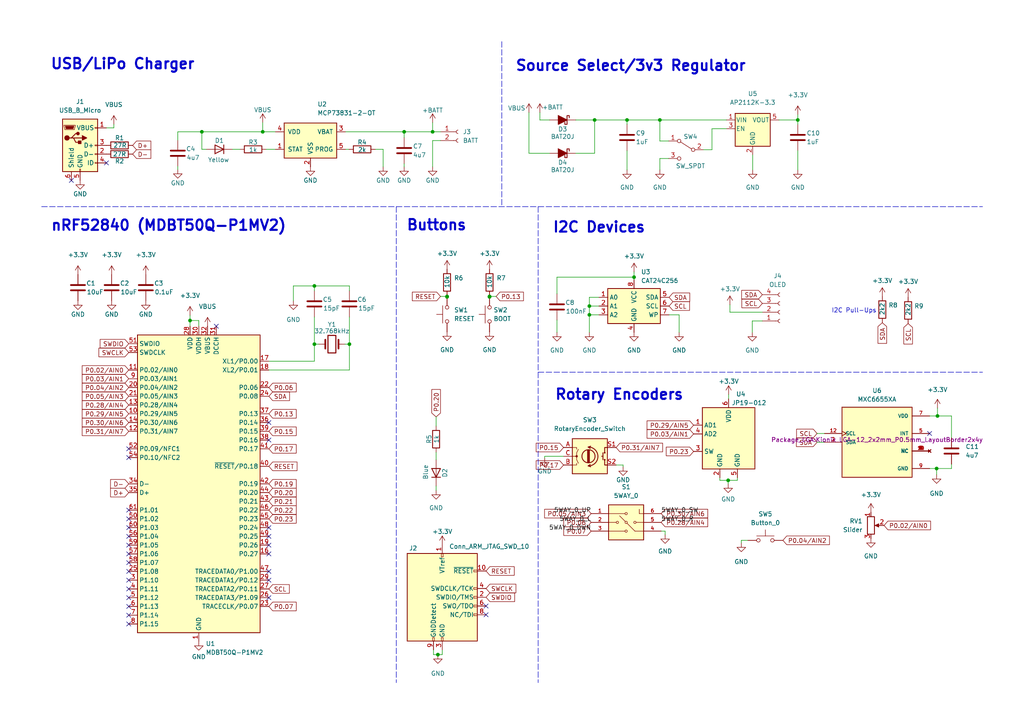
<source format=kicad_sch>
(kicad_sch (version 20211123) (generator eeschema)
  (paper "A4")
  (lib_symbols
    (symbol "Analog_Switch:JP19-012"
      (property "Reference" "U" (at 0 0 0))
      (property "Value" "JP19-012" (at 6.35 13.97 0))
      (symbol "JP19-012_1_1"
        (pin output line (at -10.16 7.62 0) (length 2.54) (name "AD1") (number "1"))
        (pin power_in line (at -2.54 -7.62 90) (length 2.54) (name "GND") (number "2"))
        (pin output line (at -10.16 0 0) (length 2.54) (name "SW") (number "3"))
        (pin output line (at -10.16 5.08 0) (length 2.54) (name "AD2") (number "4"))
        (pin power_in line (at 2.54 -7.62 90) (length 2.54) (name "GND") (number "5"))
        (pin power_in line (at 0 15.24 270) (length 2.54) (name "VDD") (number "6"))
      )
    )
    (symbol "Battery_Management:MCP73831-2-OT" (pin_names (offset 1.016))
      (property "Reference" "U?" (at 2.0194 10.541 0))
      (property "Value" "MCP73831-2-OT" (at 2.0194 8.001 0))
      (symbol "MCP73831-2-OT_1_1"
        (pin output line (at -10.16 -2.54 0) (length 2.54) (name "STAT") (number "1"))
        (pin power_in line (at 0 -7.62 90) (length 2.54) (name "VSS") (number "2"))
        (pin power_out line (at 10.16 2.54 180) (length 2.54) (name "VBAT") (number "3"))
        (pin power_in line (at -10.16 2.54 0) (length 2.54) (name "VDD") (number "4"))
        (pin input line (at 10.16 -2.54 180) (length 2.54) (name "PROG") (number "5"))
      )
    )
    (symbol "Connector:Conn_01x02_Female" (pin_names (offset 1.016) hide)
      (property "Reference" "J" (at 0 2.54 0))
      (property "Value" "Conn_01x02_Female" (at 0 -5.08 0))
      (symbol "Conn_01x02_Female_1_1"
        (pin passive line (at -5.08 0 0) (length 3.81) (name "Pin_1") (number "1"))
        (pin passive line (at -5.08 -2.54 0) (length 3.81) (name "Pin_2") (number "2"))
      )
    )
    (symbol "Connector:Conn_01x04_Female" (pin_names (offset 1.016) hide)
      (property "Reference" "J" (at 0 5.08 0))
      (property "Value" "Conn_01x04_Female" (at 0 -7.62 0))
      (symbol "Conn_01x04_Female_1_1"
        (pin passive line (at -5.08 2.54 0) (length 3.81) (name "Pin_1") (number "1"))
        (pin passive line (at -5.08 0 0) (length 3.81) (name "Pin_2") (number "2"))
        (pin passive line (at -5.08 -2.54 0) (length 3.81) (name "Pin_3") (number "3"))
        (pin passive line (at -5.08 -5.08 0) (length 3.81) (name "Pin_4") (number "4"))
      )
    )
    (symbol "Connector:Conn_ARM_JTAG_SWD_10" (pin_names (offset 1.016))
      (property "Reference" "J" (at -2.54 16.51 0))
      (property "Value" "Conn_ARM_JTAG_SWD_10" (at -2.54 13.97 0))
      (symbol "Conn_ARM_JTAG_SWD_10_1_1"
        (pin power_in line (at 0 15.24 270) (length 2.54) (name "VTref") (number "1"))
        (pin open_collector line (at 12.7 7.62 180) (length 2.54) (name "~{RESET}") (number "10"))
        (pin bidirectional line (at 12.7 0 180) (length 2.54) (name "SWDIO/TMS") (number "2"))
        (pin power_in line (at 0 -15.24 90) (length 2.54) (name "GND") (number "3"))
        (pin output line (at 12.7 2.54 180) (length 2.54) (name "SWDCLK/TCK") (number "4"))
        (pin passive line (at 0 -15.24 90) (length 2.54) hide (name "GND") (number "5"))
        (pin input line (at 12.7 -2.54 180) (length 2.54) (name "SWO/TDO") (number "6"))
        (pin no_connect line (at -10.16 0 0) (length 2.54) hide (name "KEY") (number "7"))
        (pin output line (at 12.7 -5.08 180) (length 2.54) (name "NC/TDI") (number "8"))
        (pin passive line (at -2.54 -15.24 90) (length 2.54) (name "GNDDetect") (number "9"))
      )
    )
    (symbol "Connector:USB_B_Micro" (pin_names (offset 1.016))
      (property "Reference" "J" (at -5.08 11.43 0))
      (property "Value" "USB_B_Micro" (at -5.08 8.89 0))
      (symbol "USB_B_Micro_1_1"
        (pin power_out line (at 7.62 5.08 180) (length 2.54) (name "VBUS") (number "1"))
        (pin bidirectional line (at 7.62 -2.54 180) (length 2.54) (name "D-") (number "2"))
        (pin bidirectional line (at 7.62 0 180) (length 2.54) (name "D+") (number "3"))
        (pin passive line (at 7.62 -5.08 180) (length 2.54) (name "ID") (number "4"))
        (pin power_out line (at 0 -10.16 90) (length 2.54) (name "GND") (number "5"))
        (pin passive line (at -2.54 -10.16 90) (length 2.54) (name "Shield") (number "6"))
      )
    )
    (symbol "Device:C" (pin_numbers hide) (pin_names (offset 0.254))
      (property "Reference" "C" (at 0.635 2.54 0))
      (property "Value" "C" (at 0.635 -2.54 0))
      (symbol "C_1_1"
        (pin passive line (at 0 3.81 270) (length 2.794) (name "~") (number "1"))
        (pin passive line (at 0 -3.81 90) (length 2.794) (name "~") (number "2"))
      )
    )
    (symbol "Device:Crystal" (pin_numbers hide) (pin_names (offset 1.016) hide)
      (property "Reference" "Y" (at 0 3.81 0))
      (property "Value" "Crystal" (at 0 -3.81 0))
      (symbol "Crystal_1_1"
        (pin passive line (at -3.81 0 0) (length 1.27) (name "1") (number "1"))
        (pin passive line (at 3.81 0 180) (length 1.27) (name "2") (number "2"))
      )
    )
    (symbol "Device:D" (pin_numbers hide) (pin_names (offset 1.016) hide)
      (property "Reference" "D" (at 0 2.54 0))
      (property "Value" "D" (at 0 -2.54 0))
      (symbol "D_1_1"
        (pin passive line (at -3.81 0 0) (length 2.54) (name "K") (number "1"))
        (pin passive line (at 3.81 0 180) (length 2.54) (name "A") (number "2"))
      )
    )
    (symbol "Device:D_Schottky_Filled" (pin_numbers hide) (pin_names (offset 1.016) hide)
      (property "Reference" "D" (at 0 2.54 0))
      (property "Value" "D_Schottky_Filled" (at 0 -2.54 0))
      (symbol "D_Schottky_Filled_1_1"
        (pin passive line (at -3.81 0 0) (length 2.54) (name "K") (number "1"))
        (pin passive line (at 3.81 0 180) (length 2.54) (name "A") (number "2"))
      )
    )
    (symbol "Device:R" (pin_numbers hide) (pin_names (offset 0))
      (property "Reference" "R" (at 2.032 0 90))
      (property "Value" "R" (at 0 0 90))
      (symbol "R_1_1"
        (pin passive line (at 0 3.81 270) (length 1.27) (name "~") (number "1"))
        (pin passive line (at 0 -3.81 90) (length 1.27) (name "~") (number "2"))
      )
    )
    (symbol "Device:R_Potentiometer" (pin_names (offset 1.016) hide)
      (property "Reference" "RV" (at -4.445 0 90))
      (property "Value" "R_Potentiometer" (at -2.54 0 90))
      (symbol "R_Potentiometer_1_1"
        (pin passive line (at 0 3.81 270) (length 1.27) (name "1") (number "1"))
        (pin passive line (at 3.81 0 180) (length 1.27) (name "2") (number "2"))
        (pin passive line (at 0 -3.81 90) (length 1.27) (name "3") (number "3"))
      )
    )
    (symbol "Device:RotaryEncoder_Switch" (pin_names (offset 0.254) hide)
      (property "Reference" "SW" (at 0 6.604 0))
      (property "Value" "RotaryEncoder_Switch" (at 0 -6.604 0))
      (symbol "RotaryEncoder_Switch_1_1"
        (pin passive line (at -7.62 2.54 0) (length 2.54) (name "A") (number "A"))
        (pin passive line (at -7.62 -2.54 0) (length 2.54) (name "B") (number "B"))
        (pin passive line (at -7.62 0 0) (length 2.54) (name "C") (number "C"))
        (pin passive line (at 7.62 2.54 180) (length 2.54) (name "S1") (number "S1"))
        (pin passive line (at 7.62 -2.54 180) (length 2.54) (name "S2") (number "S2"))
      )
    )
    (symbol "JS5208:SKQUCAA010" (pin_names (offset 1.016))
      (property "Reference" "S" (at 5.08 -5.08 0))
      (property "Value" "SKQUCAA010" (at 5.08 8.89 0))
      (symbol "SKQUCAA010_0_0"
        (pin passive line (at -10.16 3.81 0) (length 5.08) (name "~") (number "1"))
        (pin passive line (at -10.16 1.27 0) (length 5.08) (name "~") (number "2"))
        (pin passive line (at -10.16 -1.27 0) (length 5.08) (name "~") (number "3"))
        (pin passive line (at 10.16 -1.27 180) (length 5.08) (name "~") (number "4"))
        (pin passive line (at 10.16 1.27 180) (length 5.08) (name "~") (number "5"))
        (pin passive line (at 10.16 3.81 180) (length 5.08) (name "~") (number "6"))
      )
    )
    (symbol "MXC6655XA:MXC6655XA" (pin_names (offset 1.016))
      (property "Reference" "U" (at -10.414 11.176 0))
      (property "Value" "MXC6655XA" (at -10.16 -12.7 0))
      (symbol "MXC6655XA_0_0"
        (pin no_connect line (at 15.24 -2.54 180) (length 5.08) (name "NC") (number "1"))
        (pin no_connect line (at 15.24 -2.54 180) (length 5.08) (name "NC") (number "10"))
        (pin no_connect line (at 15.24 -2.54 180) (length 5.08) (name "NC") (number "11"))
        (pin input clock (at -15.24 2.54 0) (length 5.08) (name "SCL") (number "12"))
        (pin bidirectional line (at -15.24 0 0) (length 5.08) (name "SDA") (number "2"))
        (pin no_connect line (at 15.24 -2.54 180) (length 5.08) (name "NC") (number "3"))
        (pin no_connect line (at 15.24 -2.54 180) (length 5.08) (name "NC") (number "4"))
        (pin output line (at 15.24 2.54 180) (length 5.08) (name "INT") (number "5"))
        (pin no_connect line (at 15.24 -2.54 180) (length 5.08) (name "NC") (number "6"))
        (pin power_in line (at 15.24 7.62 180) (length 5.08) (name "VDD") (number "7"))
        (pin no_connect line (at 15.24 -2.54 180) (length 5.08) (name "NC") (number "8"))
        (pin power_in line (at 15.24 -7.62 180) (length 5.08) (name "GND") (number "9"))
      )
    )
    (symbol "Memory_EEPROM:CAT24C256"
      (property "Reference" "U" (at -6.35 6.35 0))
      (property "Value" "CAT24C256" (at 1.27 6.35 0))
      (symbol "CAT24C256_1_1"
        (pin input line (at -10.16 2.54 0) (length 2.54) (name "A0") (number "1"))
        (pin input line (at -10.16 0 0) (length 2.54) (name "A1") (number "2"))
        (pin input line (at -10.16 -2.54 0) (length 2.54) (name "A2") (number "3"))
        (pin power_in line (at 0 -7.62 90) (length 2.54) (name "GND") (number "4"))
        (pin bidirectional line (at 10.16 2.54 180) (length 2.54) (name "SDA") (number "5"))
        (pin input line (at 10.16 0 180) (length 2.54) (name "SCL") (number "6"))
        (pin input line (at 10.16 -2.54 180) (length 2.54) (name "WP") (number "7"))
        (pin power_in line (at 0 7.62 270) (length 2.54) (name "VCC") (number "8"))
      )
    )
    (symbol "RF_Module:MDBT50Q-P1MV2"
      (property "Reference" "U" (at 0 0 0))
      (property "Value" "MDBT50Q-P1MV2" (at 0 -2.54 0))
      (symbol "MDBT50Q-P1MV2_1_1"
        (pin power_in line (at 0 -45.72 90) (length 2.54) (name "GND") (number "1"))
        (pin bidirectional line (at -20.32 20.32 0) (length 2.54) (name "P0.29/AIN5") (number "10"))
        (pin bidirectional line (at -20.32 33.02 0) (length 2.54) (name "P0.02/AIN0") (number "11"))
        (pin bidirectional line (at -20.32 15.24 0) (length 2.54) (name "P0.31/AIN7") (number "12"))
        (pin bidirectional line (at -20.32 22.86 0) (length 2.54) (name "P0.28/AIN4") (number "13"))
        (pin bidirectional line (at -20.32 17.78 0) (length 2.54) (name "P0.30/AIN6") (number "14"))
        (pin passive line (at 0 -45.72 90) (length 2.54) hide (name "GND") (number "15"))
        (pin bidirectional line (at 20.32 -20.32 180) (length 2.54) (name "P0.27") (number "16"))
        (pin bidirectional line (at 20.32 35.56 180) (length 2.54) (name "XL1/P0.00") (number "17"))
        (pin bidirectional line (at 20.32 33.02 180) (length 2.54) (name "XL2/P0.01") (number "18"))
        (pin bidirectional line (at 20.32 -17.78 180) (length 2.54) (name "P0.26") (number "19"))
        (pin passive line (at 0 -45.72 90) (length 2.54) hide (name "GND") (number "2"))
        (pin bidirectional line (at -20.32 27.94 0) (length 2.54) (name "P0.04/AIN2") (number "20"))
        (pin bidirectional line (at -20.32 25.4 0) (length 2.54) (name "P0.05/AIN3") (number "21"))
        (pin bidirectional line (at 20.32 27.94 180) (length 2.54) (name "P0.06") (number "22"))
        (pin bidirectional line (at 20.32 -35.56 180) (length 2.54) (name "TRACECLK/P0.07") (number "23"))
        (pin bidirectional line (at 20.32 25.4 180) (length 2.54) (name "P0.08") (number "24"))
        (pin bidirectional line (at -20.32 -25.4 0) (length 2.54) (name "P1.08") (number "25"))
        (pin bidirectional line (at 20.32 -33.02 180) (length 2.54) (name "TRACEDATA3/P1.09") (number "26"))
        (pin bidirectional line (at 20.32 -30.48 180) (length 2.54) (name "TRACEDATA2/P0.11") (number "27"))
        (pin power_in line (at -2.54 45.72 270) (length 2.54) (name "VDD") (number "28"))
        (pin bidirectional line (at 20.32 -27.94 180) (length 2.54) (name "TRACEDATA1/P0.12") (number "29"))
        (pin bidirectional line (at -20.32 -27.94 0) (length 2.54) (name "P1.10") (number "3"))
        (pin power_in line (at 0 45.72 270) (length 2.54) (name "VDDH") (number "30"))
        (pin power_out line (at 5.08 45.72 270) (length 2.54) (name "DCCH") (number "31"))
        (pin power_in line (at 2.54 45.72 270) (length 2.54) (name "VBUS") (number "32"))
        (pin passive line (at 0 -45.72 90) (length 2.54) hide (name "GND") (number "33"))
        (pin bidirectional line (at -20.32 0 0) (length 2.54) (name "D-") (number "34"))
        (pin bidirectional line (at -20.32 -2.54 0) (length 2.54) (name "D+") (number "35"))
        (pin bidirectional line (at 20.32 17.78 180) (length 2.54) (name "P0.14") (number "36"))
        (pin bidirectional line (at 20.32 20.32 180) (length 2.54) (name "P0.13") (number "37"))
        (pin bidirectional line (at 20.32 12.7 180) (length 2.54) (name "P0.16") (number "38"))
        (pin bidirectional line (at 20.32 15.24 180) (length 2.54) (name "P0.15") (number "39"))
        (pin bidirectional line (at -20.32 -30.48 0) (length 2.54) (name "P1.11") (number "4"))
        (pin bidirectional line (at 20.32 5.08 180) (length 2.54) (name "~{RESET}/P0.18") (number "40"))
        (pin bidirectional line (at 20.32 10.16 180) (length 2.54) (name "P0.17") (number "41"))
        (pin bidirectional line (at 20.32 0 180) (length 2.54) (name "P0.19") (number "42"))
        (pin bidirectional line (at 20.32 -5.08 180) (length 2.54) (name "P0.21") (number "43"))
        (pin bidirectional line (at 20.32 -2.54 180) (length 2.54) (name "P0.20") (number "44"))
        (pin bidirectional line (at 20.32 -10.16 180) (length 2.54) (name "P0.23") (number "45"))
        (pin bidirectional line (at 20.32 -7.62 180) (length 2.54) (name "P0.22") (number "46"))
        (pin bidirectional line (at 20.32 -25.4 180) (length 2.54) (name "TRACEDATA0/P1.00") (number "47"))
        (pin bidirectional line (at 20.32 -12.7 180) (length 2.54) (name "P0.24") (number "48"))
        (pin bidirectional line (at 20.32 -15.24 180) (length 2.54) (name "P0.25") (number "49"))
        (pin bidirectional line (at -20.32 -33.02 0) (length 2.54) (name "P1.12") (number "5"))
        (pin bidirectional line (at -20.32 -10.16 0) (length 2.54) (name "P1.02") (number "50"))
        (pin bidirectional line (at -20.32 40.64 0) (length 2.54) (name "SWDIO") (number "51"))
        (pin bidirectional line (at -20.32 10.16 0) (length 2.54) (name "P0.09/NFC1") (number "52"))
        (pin input line (at -20.32 38.1 0) (length 2.54) (name "SWDCLK") (number "53"))
        (pin bidirectional line (at -20.32 7.62 0) (length 2.54) (name "P0.10/NFC2") (number "54"))
        (pin passive line (at 0 -45.72 90) (length 2.54) hide (name "GND") (number "55"))
        (pin bidirectional line (at -20.32 -15.24 0) (length 2.54) (name "P1.04") (number "56"))
        (pin bidirectional line (at -20.32 -20.32 0) (length 2.54) (name "P1.06") (number "57"))
        (pin bidirectional line (at -20.32 -22.86 0) (length 2.54) (name "P1.07") (number "58"))
        (pin bidirectional line (at -20.32 -17.78 0) (length 2.54) (name "P1.05") (number "59"))
        (pin bidirectional line (at -20.32 -35.56 0) (length 2.54) (name "P1.13") (number "6"))
        (pin bidirectional line (at -20.32 -12.7 0) (length 2.54) (name "P1.03") (number "60"))
        (pin bidirectional line (at -20.32 -7.62 0) (length 2.54) (name "P1.01") (number "61"))
        (pin bidirectional line (at -20.32 -38.1 0) (length 2.54) (name "P1.14") (number "7"))
        (pin bidirectional line (at -20.32 -40.64 0) (length 2.54) (name "P1.15") (number "8"))
        (pin bidirectional line (at -20.32 30.48 0) (length 2.54) (name "P0.03/AIN1") (number "9"))
      )
    )
    (symbol "Regulator_Linear:AP2112K-3.3" (pin_names (offset 0.254))
      (property "Reference" "U" (at -5.08 5.715 0))
      (property "Value" "AP2112K-3.3" (at 0 5.715 0))
      (symbol "AP2112K-3.3_1_1"
        (pin power_in line (at -7.62 2.54 0) (length 2.54) (name "VIN") (number "1"))
        (pin power_in line (at 0 -7.62 90) (length 2.54) (name "GND") (number "2"))
        (pin input line (at -7.62 0 0) (length 2.54) (name "EN") (number "3"))
        (pin no_connect line (at 5.08 0 180) (length 2.54) hide (name "NC") (number "4"))
        (pin power_out line (at 7.62 2.54 180) (length 2.54) (name "VOUT") (number "5"))
      )
    )
    (symbol "Switch:SW_Push" (pin_numbers hide) (pin_names (offset 1.016) hide)
      (property "Reference" "SW" (at 1.27 2.54 0))
      (property "Value" "SW_Push" (at 0 -1.524 0))
      (symbol "SW_Push_0_1"
        (pin passive line (at -5.08 0 0) (length 2.54) (name "1") (number "1"))
        (pin passive line (at 5.08 0 180) (length 2.54) (name "2") (number "2"))
      )
    )
    (symbol "Switch:SW_SPDT" (pin_names (offset 0) hide)
      (property "Reference" "SW" (at 0 4.318 0))
      (property "Value" "SW_SPDT" (at 0 -5.08 0))
      (symbol "SW_SPDT_1_1"
        (pin passive line (at 5.08 2.54 180) (length 2.54) (name "A") (number "1"))
        (pin passive line (at -5.08 0 0) (length 2.54) (name "B") (number "2"))
        (pin passive line (at 5.08 -2.54 180) (length 2.54) (name "C") (number "3"))
      )
    )
    (symbol "power:+3.3V" (power) (pin_names (offset 0))
      (property "Value" "+3.3V" (at 0 3.556 0))
      (symbol "+3.3V_1_1"
        (pin power_in line (at 0 0 90) (length 0) hide (name "+3.3V") (number "1"))
      )
    )
    (symbol "power:+BATT" (power) (pin_names (offset 0))
      (property "Value" "+BATT" (at 0 3.556 0))
      (symbol "+BATT_1_1"
        (pin power_in line (at 0 0 90) (length 0) hide (name "+BATT") (number "1"))
      )
    )
    (symbol "power:GND" (power) (pin_names (offset 0))
      (property "Value" "GND" (at 0 -3.81 0))
      (symbol "GND_1_1"
        (pin power_in line (at 0 0 270) (length 0) hide (name "GND") (number "1"))
      )
    )
    (symbol "power:VBUS" (power) (pin_names (offset 0))
      (property "Value" "VBUS" (at 0 3.81 0))
      (symbol "VBUS_1_1"
        (pin power_in line (at 0 0 90) (length 0) hide (name "VBUS") (number "1"))
      )
    )
  )
  (junction (at 141.986 86.106))
  (junction (at 181.864 34.798))
  (junction (at 183.896 80.391))
  (junction (at 211.201 139.319))
  (junction (at 231.394 34.798))
  (junction (at 91.186 99.822))
  (junction (at 129.667 85.979))
  (junction (at 191.389 34.798))
  (junction (at 170.942 91.313))
  (junction (at 91.186 82.931))
  (junction (at 125.476 38.227))
  (junction (at 117.221 38.227))
  (junction (at 170.942 88.773))
  (junction (at 101.346 99.822))
  (junction (at 127 189.865))
  (junction (at 55.118 92.964))
  (junction (at 271.907 120.65))
  (junction (at 129.667 86.106))
  (junction (at 172.466 34.798))
  (junction (at 58.547 38.227))
  (junction (at 271.653 135.89))
  (junction (at 76.2 38.227))
  (junction (at 141.986 85.979))
  (no_connect (at 37.338 173.355))
  (no_connect (at 37.338 175.895))
  (no_connect (at 37.338 178.435))
  (no_connect (at 37.338 180.975))
  (no_connect (at 37.338 168.275))
  (no_connect (at 37.338 170.815))
  (no_connect (at 62.738 94.615))
  (no_connect (at 37.338 147.955))
  (no_connect (at 37.338 150.495))
  (no_connect (at 37.338 153.035))
  (no_connect (at 37.338 132.715))
  (no_connect (at 37.338 130.175))
  (no_connect (at 37.338 155.575))
  (no_connect (at 37.338 158.115))
  (no_connect (at 37.338 160.655))
  (no_connect (at 37.338 163.195))
  (no_connect (at 37.338 165.735))
  (no_connect (at 30.861 47.244))
  (no_connect (at 140.97 178.308))
  (no_connect (at 140.97 175.768))
  (no_connect (at 20.701 52.324))
  (no_connect (at 77.978 127.635))
  (no_connect (at 269.621 125.73))
  (no_connect (at 77.978 168.275))
  (no_connect (at 77.978 173.355))
  (no_connect (at 77.978 122.555))
  (no_connect (at 77.978 153.035))
  (no_connect (at 77.978 155.575))
  (no_connect (at 77.978 158.115))
  (no_connect (at 77.978 160.655))
  (no_connect (at 77.978 165.735))
  (wire (pts (xy 271.653 135.89) (xy 271.653 137.668)))
  (wire (pts (xy 58.547 38.227) (xy 51.562 38.227)))
  (wire (pts (xy 236.982 125.73) (xy 239.141 125.73)))
  (wire (pts (xy 211.709 88.392) (xy 211.709 90.551)))
  (wire (pts (xy 100.203 43.307) (xy 101.219 43.307)))
  (wire (pts (xy 181.864 34.798) (xy 191.389 34.798)))
  (wire (pts (xy 172.466 44.45) (xy 172.466 34.798)))
  (wire (pts (xy 170.942 96.393) (xy 170.942 91.313)))
  (wire (pts (xy 159.385 34.798) (xy 156.591 34.798)))
  (wire (pts (xy 180.721 135.382) (xy 180.721 134.874)))
  (wire (pts (xy 181.864 36.068) (xy 181.864 34.798)))
  (wire (pts (xy 91.186 82.931) (xy 91.186 84.328)))
  (wire (pts (xy 275.971 135.89) (xy 271.653 135.89)))
  (wire (pts (xy 204.089 43.434) (xy 206.502 43.434)))
  (wire (pts (xy 91.186 91.948) (xy 91.186 99.822)))
  (wire (pts (xy 170.942 88.773) (xy 173.736 88.773)))
  (wire (pts (xy 57.658 92.964) (xy 57.658 94.615)))
  (polyline (pts (xy 114.935 59.944) (xy 114.935 197.993)))
  (wire (pts (xy 193.929 40.894) (xy 191.389 40.894)))
  (wire (pts (xy 180.721 134.874) (xy 178.689 134.874)))
  (wire (pts (xy 211.709 90.551) (xy 221.107 90.551)))
  (polyline (pts (xy 156.083 59.944) (xy 156.083 197.993)))
  (wire (pts (xy 59.817 43.307) (xy 58.547 43.307)))
  (wire (pts (xy 153.416 32.639) (xy 153.416 44.45)))
  (wire (pts (xy 100.076 99.822) (xy 101.346 99.822)))
  (wire (pts (xy 271.653 135.89) (xy 269.621 135.89)))
  (wire (pts (xy 183.896 80.391) (xy 183.896 81.153)))
  (wire (pts (xy 111.125 48.387) (xy 111.125 43.307)))
  (wire (pts (xy 101.346 82.931) (xy 101.346 84.328)))
  (wire (pts (xy 91.186 104.775) (xy 91.186 99.822)))
  (wire (pts (xy 128.27 188.468) (xy 128.27 189.865)))
  (wire (pts (xy 192.913 154.051) (xy 192.913 155.067)))
  (wire (pts (xy 91.186 82.931) (xy 101.346 82.931)))
  (wire (pts (xy 196.977 96.393) (xy 196.977 91.313)))
  (wire (pts (xy 170.942 91.313) (xy 173.736 91.313)))
  (wire (pts (xy 51.562 48.26) (xy 51.562 49.149)))
  (wire (pts (xy 215.011 156.718) (xy 215.011 157.48)))
  (wire (pts (xy 156.591 32.639) (xy 156.591 34.798)))
  (wire (pts (xy 183.896 80.391) (xy 161.544 80.391)))
  (wire (pts (xy 170.942 91.313) (xy 170.942 88.773)))
  (wire (pts (xy 167.005 44.45) (xy 172.466 44.45)))
  (wire (pts (xy 159.385 44.45) (xy 153.416 44.45)))
  (wire (pts (xy 167.005 34.798) (xy 172.466 34.798)))
  (wire (pts (xy 55.118 92.964) (xy 57.658 92.964)))
  (wire (pts (xy 125.476 38.227) (xy 127.762 38.227)))
  (wire (pts (xy 211.201 139.319) (xy 213.868 139.319)))
  (wire (pts (xy 218.186 93.091) (xy 221.107 93.091)))
  (wire (pts (xy 67.437 43.307) (xy 69.596 43.307)))
  (wire (pts (xy 231.394 34.798) (xy 231.394 36.068)))
  (wire (pts (xy 172.466 34.798) (xy 181.864 34.798)))
  (wire (pts (xy 275.971 134.62) (xy 275.971 135.89)))
  (wire (pts (xy 76.2 38.227) (xy 58.547 38.227)))
  (polyline (pts (xy 156.083 107.95) (xy 284.988 107.95)))
  (wire (pts (xy 101.346 107.315) (xy 77.978 107.315)))
  (wire (pts (xy 85.09 82.931) (xy 91.186 82.931)))
  (wire (pts (xy 269.621 120.65) (xy 271.907 120.65)))
  (wire (pts (xy 117.221 47.498) (xy 117.221 48.387)))
  (polyline (pts (xy 12.065 59.944) (xy 284.988 59.944)))
  (wire (pts (xy 58.547 43.307) (xy 58.547 38.227)))
  (wire (pts (xy 211.328 114.427) (xy 211.328 115.697)))
  (wire (pts (xy 125.476 35.56) (xy 125.476 38.227)))
  (wire (pts (xy 55.118 92.964) (xy 55.118 94.615)))
  (wire (pts (xy 170.942 86.233) (xy 173.736 86.233)))
  (wire (pts (xy 129.667 85.725) (xy 129.667 85.979)))
  (wire (pts (xy 126.492 133.35) (xy 126.492 131.191)))
  (wire (pts (xy 231.394 34.798) (xy 231.394 33.274)))
  (wire (pts (xy 141.986 85.979) (xy 141.986 86.106)))
  (wire (pts (xy 191.77 154.051) (xy 192.913 154.051)))
  (wire (pts (xy 236.982 128.27) (xy 239.141 128.27)))
  (wire (pts (xy 191.389 40.894) (xy 191.389 34.798)))
  (wire (pts (xy 170.942 88.773) (xy 170.942 86.233)))
  (wire (pts (xy 76.2 35.56) (xy 76.2 38.227)))
  (wire (pts (xy 101.346 91.948) (xy 101.346 99.822)))
  (wire (pts (xy 125.73 189.865) (xy 127 189.865)))
  (wire (pts (xy 125.73 188.468) (xy 125.73 189.865)))
  (wire (pts (xy 193.929 45.974) (xy 191.389 45.974)))
  (wire (pts (xy 218.186 96.393) (xy 218.186 93.091)))
  (wire (pts (xy 231.394 43.688) (xy 231.394 49.276)))
  (polyline (pts (xy 145.542 12.065) (xy 145.542 59.944)))
  (wire (pts (xy 127.762 85.979) (xy 129.667 85.979)))
  (wire (pts (xy 111.125 43.307) (xy 108.839 43.307)))
  (wire (pts (xy 181.864 43.688) (xy 181.864 49.276)))
  (wire (pts (xy 157.988 132.842) (xy 157.988 132.334)))
  (wire (pts (xy 77.978 104.775) (xy 91.186 104.775)))
  (wire (pts (xy 271.907 120.65) (xy 275.971 120.65)))
  (wire (pts (xy 91.186 99.822) (xy 92.456 99.822)))
  (wire (pts (xy 79.883 38.227) (xy 76.2 38.227)))
  (wire (pts (xy 101.346 99.822) (xy 101.346 107.315)))
  (wire (pts (xy 117.221 38.227) (xy 117.221 39.878)))
  (wire (pts (xy 157.988 132.334) (xy 163.449 132.334)))
  (wire (pts (xy 141.986 85.725) (xy 141.986 85.979)))
  (wire (pts (xy 183.896 78.867) (xy 183.896 80.391)))
  (wire (pts (xy 206.502 37.338) (xy 210.693 37.338)))
  (wire (pts (xy 161.544 80.391) (xy 161.544 85.217)))
  (wire (pts (xy 216.916 156.718) (xy 215.011 156.718)))
  (wire (pts (xy 126.492 140.97) (xy 126.492 142.24)))
  (wire (pts (xy 51.562 38.227) (xy 51.562 40.64)))
  (wire (pts (xy 275.971 127) (xy 275.971 120.65)))
  (wire (pts (xy 191.389 45.974) (xy 191.389 49.276)))
  (wire (pts (xy 77.216 43.307) (xy 79.883 43.307)))
  (wire (pts (xy 271.907 118.364) (xy 271.907 120.65)))
  (wire (pts (xy 117.221 38.227) (xy 125.476 38.227)))
  (wire (pts (xy 208.788 139.319) (xy 211.201 139.319)))
  (wire (pts (xy 225.933 34.798) (xy 231.394 34.798)))
  (wire (pts (xy 128.27 189.865) (xy 127 189.865)))
  (wire (pts (xy 85.09 82.931) (xy 85.09 87.249)))
  (wire (pts (xy 129.667 85.979) (xy 129.667 86.106)))
  (wire (pts (xy 30.861 37.084) (xy 33.02 37.084)))
  (wire (pts (xy 100.203 38.227) (xy 117.221 38.227)))
  (wire (pts (xy 208.788 138.557) (xy 208.788 139.319)))
  (wire (pts (xy 125.476 48.387) (xy 125.476 40.767)))
  (wire (pts (xy 196.977 91.313) (xy 194.056 91.313)))
  (wire (pts (xy 33.02 37.084) (xy 33.02 36.068)))
  (wire (pts (xy 161.544 92.837) (xy 161.544 96.393)))
  (wire (pts (xy 126.492 123.571) (xy 126.492 120.904)))
  (wire (pts (xy 191.389 34.798) (xy 210.693 34.798)))
  (wire (pts (xy 141.986 85.979) (xy 143.891 85.979)))
  (wire (pts (xy 211.201 139.319) (xy 211.201 140.335)))
  (wire (pts (xy 218.313 44.958) (xy 218.313 49.276)))
  (wire (pts (xy 55.118 91.44) (xy 55.118 92.964)))
  (wire (pts (xy 125.476 40.767) (xy 127.762 40.767)))
  (wire (pts (xy 213.868 139.319) (xy 213.868 138.557)))
  (wire (pts (xy 206.502 43.434) (xy 206.502 37.338)))
  (text "Source Select/3v3 Regulator" (at 149.352 20.955 0) (effects (font (size 3 3) (thickness 0.6) bold) (justify left bottom)))
  (text "nRF52840 (MDBT50Q-P1MV2)" (at 14.605 67.31 0) (effects (font (size 3 3) (thickness 0.6) bold) (justify left bottom)))
  (text "Rotary Encoders" (at 160.782 116.332 0) (effects (font (size 3 3) (thickness 0.6) bold) (justify left bottom)))
  (text "USB/LiPo Charger" (at 14.478 20.447 0) (effects (font (size 3 3) (thickness 0.6) bold) (justify left bottom)))
  (text "Buttons" (at 117.729 67.183 0) (effects (font (size 3 3) (thickness 0.6) bold) (justify left bottom)))
  (text "I2C Pull-Ups" (at 241.173 90.932 0) (effects (font (size 1.27 1.27)) (justify left bottom)))
  (text "I2C Devices" (at 160.147 67.818 0) (effects (font (size 3 3) (thickness 0.6) bold) (justify left bottom)))
  (label "5WAY_0_R" (at 191.77 151.511 0))
  (label "5WAY_0_DWN" (at 171.45 154.051 180))
  (label "5WAY_0_UP" (at 171.45 148.971 180))
  (label "5WAY_0_L" (at 171.45 151.511 180))
  (label "5WAY_0_SW" (at 191.77 148.971 0))
  (global_label "P0.23" (shape input) (at 77.978 150.495 0) (property "Intersheet References" "${INTERSHEET_REFS}" (effects hide)))
  (global_label "P0.19" (shape input) (at 77.978 140.335 0) (property "Intersheet References" "${INTERSHEET_REFS}" (effects hide)))
  (global_label "SCL" (shape input) (at 194.056 88.773 0) (property "Intersheet References" "${INTERSHEET_REFS}" (effects hide)))
  (global_label "P0.06" (shape input) (at 171.45 151.511 180) (property "Intersheet References" "${INTERSHEET_REFS}" (effects hide)))
  (global_label "SWDIO" (shape input) (at 140.97 173.228 0) (property "Intersheet References" "${INTERSHEET_REFS}" (effects hide)))
  (global_label "P0.28{slash}AIN4" (shape input) (at 191.77 151.511 0) (property "Intersheet References" "${INTERSHEET_REFS}" (effects hide)))
  (global_label "D-" (shape input) (at 38.481 44.704 0) (property "Intersheet References" "${INTERSHEET_REFS}" (effects hide)))
  (global_label "SCL" (shape input) (at 77.978 170.815 0) (property "Intersheet References" "${INTERSHEET_REFS}" (effects hide)))
  (global_label "D+" (shape input) (at 37.338 142.875 180) (property "Intersheet References" "${INTERSHEET_REFS}" (effects hide)))
  (global_label "P0.29{slash}AIN5" (shape input) (at 37.338 120.015 180) (property "Intersheet References" "${INTERSHEET_REFS}" (effects hide)))
  (global_label "SDA" (shape input) (at 77.978 114.935 0) (property "Intersheet References" "${INTERSHEET_REFS}" (effects hide)))
  (global_label "P0.07" (shape input) (at 171.45 154.051 180) (property "Intersheet References" "${INTERSHEET_REFS}" (effects hide)))
  (global_label "P0.28{slash}AIN4" (shape input) (at 37.338 117.475 180) (property "Intersheet References" "${INTERSHEET_REFS}" (effects hide)))
  (global_label "P0.15" (shape input) (at 77.978 125.095 0) (property "Intersheet References" "${INTERSHEET_REFS}" (effects hide)))
  (global_label "P0.02{slash}AIN0" (shape input) (at 256.413 152.4 0) (property "Intersheet References" "${INTERSHEET_REFS}" (effects hide)))
  (global_label "P0.23" (shape input) (at 201.168 130.937 180) (property "Intersheet References" "${INTERSHEET_REFS}" (effects hide)))
  (global_label "P0.04{slash}AIN2" (shape input) (at 37.338 112.395 180) (property "Intersheet References" "${INTERSHEET_REFS}" (effects hide)))
  (global_label "P0.30{slash}AIN6" (shape input) (at 37.338 122.555 180) (property "Intersheet References" "${INTERSHEET_REFS}" (effects hide)))
  (global_label "P0.31{slash}AIN7" (shape input) (at 178.689 129.794 0) (property "Intersheet References" "${INTERSHEET_REFS}" (effects hide)))
  (global_label "P0.17" (shape input) (at 163.449 134.874 180) (property "Intersheet References" "${INTERSHEET_REFS}" (effects hide)))
  (global_label "P0.06" (shape input) (at 77.978 112.395 0) (property "Intersheet References" "${INTERSHEET_REFS}" (effects hide)))
  (global_label "P0.15" (shape input) (at 163.449 129.794 180) (property "Intersheet References" "${INTERSHEET_REFS}" (effects hide)))
  (global_label "P0.20" (shape input) (at 77.978 142.875 0) (property "Intersheet References" "${INTERSHEET_REFS}" (effects hide)))
  (global_label "P0.30{slash}AIN6" (shape input) (at 191.77 148.971 0) (property "Intersheet References" "${INTERSHEET_REFS}" (effects hide)))
  (global_label "SCL" (shape input) (at 236.982 125.73 180) (property "Intersheet References" "${INTERSHEET_REFS}" (effects hide)))
  (global_label "P0.02{slash}AIN0" (shape input) (at 37.338 107.315 180) (property "Intersheet References" "${INTERSHEET_REFS}" (effects hide)))
  (global_label "P0.21" (shape input) (at 77.978 145.415 0) (property "Intersheet References" "${INTERSHEET_REFS}" (effects hide)))
  (global_label "P0.29{slash}AIN5" (shape input) (at 201.168 123.317 180) (property "Intersheet References" "${INTERSHEET_REFS}" (effects hide)))
  (global_label "RESET" (shape input) (at 140.97 165.608 0) (property "Intersheet References" "${INTERSHEET_REFS}" (effects hide)))
  (global_label "RESET" (shape input) (at 127.762 85.979 180) (property "Intersheet References" "${INTERSHEET_REFS}" (effects hide)))
  (global_label "SDA" (shape input) (at 255.905 93.599 270) (property "Intersheet References" "${INTERSHEET_REFS}" (effects hide)))
  (global_label "SCL" (shape input) (at 221.107 88.011 180) (property "Intersheet References" "${INTERSHEET_REFS}" (effects hide)))
  (global_label "P0.13" (shape input) (at 77.978 120.015 0) (property "Intersheet References" "${INTERSHEET_REFS}" (effects hide)))
  (global_label "RESET" (shape input) (at 77.978 135.255 0) (property "Intersheet References" "${INTERSHEET_REFS}" (effects hide)))
  (global_label "SDA" (shape input) (at 194.056 86.233 0) (property "Intersheet References" "${INTERSHEET_REFS}" (effects hide)))
  (global_label "P0.03{slash}AIN1" (shape input) (at 37.338 109.855 180) (property "Intersheet References" "${INTERSHEET_REFS}" (effects hide)))
  (global_label "P0.04{slash}AIN2" (shape input) (at 227.076 156.718 0) (property "Intersheet References" "${INTERSHEET_REFS}" (effects hide)))
  (global_label "P0.31{slash}AIN7" (shape input) (at 37.338 125.095 180) (property "Intersheet References" "${INTERSHEET_REFS}" (effects hide)))
  (global_label "P0.03{slash}AIN1" (shape input) (at 201.168 125.857 180) (property "Intersheet References" "${INTERSHEET_REFS}" (effects hide)))
  (global_label "P0.05{slash}AIN3" (shape input) (at 37.338 114.935 180) (property "Intersheet References" "${INTERSHEET_REFS}" (effects hide)))
  (global_label "SWCLK" (shape input) (at 37.338 102.235 180) (property "Intersheet References" "${INTERSHEET_REFS}" (effects hide)))
  (global_label "P0.13" (shape input) (at 143.891 85.979 0) (property "Intersheet References" "${INTERSHEET_REFS}" (effects hide)))
  (global_label "P0.17" (shape input) (at 77.978 130.175 0) (property "Intersheet References" "${INTERSHEET_REFS}" (effects hide)))
  (global_label "P0.05{slash}AIN3" (shape input) (at 171.45 148.971 180) (property "Intersheet References" "${INTERSHEET_REFS}" (effects hide)))
  (global_label "SCL" (shape input) (at 263.398 93.853 270) (property "Intersheet References" "${INTERSHEET_REFS}" (effects hide)))
  (global_label "D+" (shape input) (at 38.481 42.164 0) (property "Intersheet References" "${INTERSHEET_REFS}" (effects hide)))
  (global_label "D-" (shape input) (at 37.338 140.335 180) (property "Intersheet References" "${INTERSHEET_REFS}" (effects hide)))
  (global_label "P0.22" (shape input) (at 77.978 147.955 0) (property "Intersheet References" "${INTERSHEET_REFS}" (effects hide)))
  (global_label "SWCLK" (shape input) (at 140.97 170.688 0) (property "Intersheet References" "${INTERSHEET_REFS}" (effects hide)))
  (global_label "SDA" (shape input) (at 236.982 128.27 180) (property "Intersheet References" "${INTERSHEET_REFS}" (effects hide)))
  (global_label "P0.20" (shape input) (at 126.492 120.904 90) (property "Intersheet References" "${INTERSHEET_REFS}" (effects hide)))
  (global_label "SWDIO" (shape input) (at 37.338 99.695 180) (property "Intersheet References" "${INTERSHEET_REFS}" (effects hide)))
  (global_label "SDA" (shape input) (at 221.107 85.471 180) (property "Intersheet References" "${INTERSHEET_REFS}" (effects hide)))
  (global_label "P0.07" (shape input) (at 77.978 175.895 0) (property "Intersheet References" "${INTERSHEET_REFS}" (effects hide)))
  (symbol (lib_id "Device:C") (at 22.606 83.439 0) (unit 1)
    (property "Reference" "C1" (at 25.019 82.169 0) (effects (justify left)))
    (property "Value" "10uF" (at 25.146 84.709 0) (effects (justify left)))
    (property "Footprint" "Capacitor_SMD:C_0603_1608Metric" (effects hide))
    (property "LCSC" "C1691" (effects hide))
  )
  (symbol (lib_id "Device:C") (at 32.385 83.439 0) (unit 1)
    (property "Reference" "C2" (at 34.798 82.169 0) (effects (justify left)))
    (property "Value" "10uF" (at 34.925 84.709 0) (effects (justify left)))
    (property "Footprint" "Capacitor_SMD:C_0603_1608Metric" (effects hide))
    (property "LCSC" "C1691" (effects hide))
  )
  (symbol (lib_id "Device:R") (at 263.398 90.043 0) (unit 1)
    (property "Reference" "R9" (at 265.176 88.7729 0) (effects (justify left)))
    (property "Value" "2k2" (at 263.398 91.567 90) (effects (justify left)))
    (property "Footprint" "Resistor_SMD:R_0603_1608Metric" (effects hide))
    (property "LCSC" " C2759747" (effects hide))
  )
  (symbol (lib_id "Analog_Switch:JP19-012") (at 211.328 130.937 0) (unit 1)
    (property "Reference" "U4" (at 213.487 114.3 0) (effects (justify left)))
    (property "Value" "JP19-012" (at 212.217 116.84 0) (effects (justify left)))
    (property "Footprint" "Potentiometer_THT:JP19-012" (effects hide))
  )
  (symbol (lib_id "power:VBUS") (at 76.2 35.56 0) (unit 1)
    (property "Reference" "#PWR013" (effects hide))
    (property "Value" "VBUS" (at 76.2 31.877 0))
  )
  (symbol (lib_id "Connector:Conn_01x02_Female") (at 132.842 38.227 0) (unit 1)
    (property "Reference" "J3" (at 134.239 38.2269 0) (effects (justify left)))
    (property "Value" "BATT" (at 134.239 40.7669 0) (effects (justify left)))
    (property "Footprint" "Connector_PinSocket_2.54mm:PinSocket_1x02_P2.54mm_Vertical" (effects hide))
  )
  (symbol (lib_id "power:GND") (at 252.603 156.21 0) (unit 1)
    (property "Reference" "#PWR048" (effects hide))
    (property "Value" "GND" (at 252.603 161.29 0))
  )
  (symbol (lib_id "power:+3.3V") (at 211.328 114.427 0) (unit 1)
    (property "Reference" "#PWR040" (effects hide))
    (property "Value" "+3.3V" (at 208.407 110.617 0) (effects (justify left)))
  )
  (symbol (lib_id "Device:C") (at 51.562 44.45 0) (unit 1)
    (property "Reference" "C4" (at 53.975 43.18 0) (effects (justify left)))
    (property "Value" "4u7" (at 54.102 45.72 0) (effects (justify left)))
    (property "Footprint" "Capacitor_SMD:C_0603_1608Metric" (effects hide))
    (property "LCSC" " C907729" (effects hide))
  )
  (symbol (lib_id "power:GND") (at 180.721 135.382 0) (unit 1)
    (property "Reference" "#PWR032" (effects hide))
    (property "Value" "GND" (at 180.721 139.192 0))
  )
  (symbol (lib_id "power:+3.3V") (at 255.905 85.979 0) (unit 1)
    (property "Reference" "#PWR049" (effects hide))
    (property "Value" "+3.3V" (at 255.905 81.407 0))
  )
  (symbol (lib_id "Device:C") (at 101.346 88.138 180) (unit 1)
    (property "Reference" "C6" (at 103.632 86.868 0) (effects (justify right)))
    (property "Value" "15pF" (at 103.886 89.408 0) (effects (justify right)))
    (property "Footprint" "Capacitor_SMD:C_0603_1608Metric" (effects hide))
    (property "LCSC" "C107037" (effects hide))
  )
  (symbol (lib_id "power:GND") (at 32.385 87.249 0) (unit 1)
    (property "Reference" "#PWR05" (effects hide))
    (property "Value" "GND" (at 32.385 91.186 0))
  )
  (symbol (lib_id "power:GND") (at 127 189.865 0) (unit 1)
    (property "Reference" "#PWR021" (effects hide))
    (property "Value" "GND" (at 127 195.326 0))
  )
  (symbol (lib_id "power:GND") (at 218.186 96.393 0) (mirror y) (unit 1)
    (property "Reference" "#PWR043" (effects hide))
    (property "Value" "GND" (at 218.186 101.6 0))
  )
  (symbol (lib_id "Battery_Management:MCP73831-2-OT") (at 90.043 40.767 0) (unit 1)
    (property "Reference" "U2" (at 92.0624 30.226 0) (effects (justify left)))
    (property "Value" "MCP73831-2-OT" (at 92.0624 32.766 0) (effects (justify left)))
    (property "Footprint" "Package_TO_SOT_SMD:SOT-23-5" (effects hide))
    (property "Datasheet" "http://ww1.microchip.com/downloads/en/DeviceDoc/20001984g.pdf" (effects hide))
    (property "LCSC" "C424093" (effects hide))
  )
  (symbol (lib_id "power:VBUS") (at 60.198 94.615 0) (unit 1)
    (property "Reference" "#PWR012" (effects hide))
    (property "Value" "VBUS" (at 60.198 88.9 0))
  )
  (symbol (lib_id "power:GND") (at 22.606 87.249 0) (unit 1)
    (property "Reference" "#PWR02" (effects hide))
    (property "Value" "GND" (at 22.606 91.186 0))
  )
  (symbol (lib_id "power:GND") (at 129.667 96.266 0) (unit 1)
    (property "Reference" "#PWR024" (effects hide))
    (property "Value" "GND" (at 129.667 101.473 0))
  )
  (symbol (lib_id "power:GND") (at 181.864 49.276 0) (unit 1)
    (property "Reference" "#PWR033" (effects hide))
    (property "Value" "GND" (at 181.864 54.356 0))
  )
  (symbol (lib_id "power:+3.3V") (at 55.118 91.44 0) (unit 1)
    (property "Reference" "#PWR010" (effects hide))
    (property "Value" "+3.3V" (at 55.118 85.725 0))
  )
  (symbol (lib_id "Device:C") (at 161.544 89.027 0) (unit 1)
    (property "Reference" "C8" (at 163.957 87.757 0) (effects (justify left)))
    (property "Value" "100nF" (at 164.084 90.297 0) (effects (justify left)))
    (property "Footprint" "Capacitor_SMD:C_0402_1005Metric" (effects hide))
    (property "LCSC" "C307331" (effects hide))
  )
  (symbol (lib_id "Device:R") (at 105.029 43.307 90) (unit 1)
    (property "Reference" "R4" (at 105.029 41.275 90))
    (property "Value" "2k" (at 105.029 43.434 90))
    (property "Footprint" "Resistor_SMD:R_0603_1608Metric" (effects hide))
    (property "LCSC" "C22975" (effects hide))
  )
  (symbol (lib_id "power:+BATT") (at 156.591 32.639 0) (unit 1)
    (property "Reference" "#PWR028" (effects hide))
    (property "Value" "+BATT" (at 160.274 31.115 0))
  )
  (symbol (lib_id "Device:C") (at 181.864 39.878 0) (unit 1)
    (property "Reference" "C9" (at 184.404 38.608 0) (effects (justify left)))
    (property "Value" "1uF" (at 184.404 41.148 0) (effects (justify left)))
    (property "Footprint" "Capacitor_SMD:C_0603_1608Metric" (effects hide))
    (property "LCSC" "C15849" (effects hide))
  )
  (symbol (lib_id "power:GND") (at 126.492 142.24 0) (unit 1)
    (property "Reference" "#PWR020" (effects hide))
    (property "Value" "GND" (at 126.492 147.32 0))
  )
  (symbol (lib_id "Switch:SW_SPDT") (at 199.009 43.434 0) (mirror y) (unit 1)
    (property "Reference" "SW4" (at 200.279 39.624 0))
    (property "Value" "SW_SPDT" (at 200.279 48.133 0))
    (property "Footprint" "Button_Switch_SMD:SW_SPDT_PCM12" (effects hide))
    (property "LCSC" "C221841" (effects hide))
  )
  (symbol (lib_id "power:+3.3V") (at 211.709 88.392 0) (unit 1)
    (property "Reference" "#PWR041" (effects hide))
    (property "Value" "+3.3V" (at 211.709 83.82 0))
  )
  (symbol (lib_id "Device:R") (at 73.406 43.307 90) (unit 1)
    (property "Reference" "R3" (at 73.406 41.275 90))
    (property "Value" "1k" (at 73.406 43.434 90))
    (property "Footprint" "Resistor_SMD:R_0603_1608Metric" (effects hide))
    (property "LCSC" "C21190" (effects hide))
  )
  (symbol (lib_id "power:+3.3V") (at 263.398 86.233 0) (unit 1)
    (property "Reference" "#PWR050" (effects hide))
    (property "Value" "+3.3V" (at 263.398 81.661 0))
  )
  (symbol (lib_id "power:GND") (at 111.125 48.387 0) (unit 1)
    (property "Reference" "#PWR016" (effects hide))
    (property "Value" "GND" (at 111.125 52.324 0))
  )
  (symbol (lib_id "power:+3.3V") (at 129.667 78.105 0) (unit 1)
    (property "Reference" "#PWR023" (effects hide))
    (property "Value" "+3.3V" (at 129.667 73.533 0))
  )
  (symbol (lib_id "power:GND") (at 141.986 96.266 0) (unit 1)
    (property "Reference" "#PWR026" (effects hide))
    (property "Value" "GND" (at 141.986 101.473 0))
  )
  (symbol (lib_id "Device:C") (at 231.394 39.878 0) (unit 1)
    (property "Reference" "C10" (at 233.934 38.608 0) (effects (justify left)))
    (property "Value" "1uF" (at 233.934 41.148 0) (effects (justify left)))
    (property "Footprint" "Capacitor_SMD:C_0603_1608Metric" (effects hide))
    (property "LCSC" "C15849" (effects hide))
  )
  (symbol (lib_id "Device:C") (at 91.186 88.138 0) (unit 1)
    (property "Reference" "C5" (at 93.599 86.868 0) (effects (justify left)))
    (property "Value" "15pF" (at 93.726 89.408 0) (effects (justify left)))
    (property "Footprint" "Capacitor_SMD:C_0603_1608Metric" (effects hide))
    (property "LCSC" "C107037" (effects hide))
  )
  (symbol (lib_id "power:+3.3V") (at 22.606 79.629 0) (unit 1)
    (property "Reference" "#PWR01" (effects hide))
    (property "Value" "+3.3V" (at 22.606 73.914 0))
  )
  (symbol (lib_id "Switch:SW_Push") (at 141.986 91.186 90) (unit 1)
    (property "Reference" "SW2" (at 143.129 89.9159 90) (effects (justify right)))
    (property "Value" "BOOT" (at 143.129 92.4559 90) (effects (justify right)))
    (property "Footprint" "Button_Switch_SMD:SW_Push_SPST_NO_Alps_SKRK" (effects hide))
    (property "Distributor Part #" "688-SKRKAEE020 " (effects hide))
  )
  (symbol (lib_id "power:GND") (at 183.896 96.393 0) (unit 1)
    (property "Reference" "#PWR035" (effects hide))
    (property "Value" "GND" (at 183.896 101.6 0))
  )
  (symbol (lib_id "power:GND") (at 42.291 87.249 0) (unit 1)
    (property "Reference" "#PWR08" (effects hide))
    (property "Value" "GND" (at 42.291 91.186 0))
  )
  (symbol (lib_id "power:+BATT") (at 125.476 35.56 0) (unit 1)
    (property "Reference" "#PWR018" (effects hide))
    (property "Value" "+BATT" (at 125.476 32.004 0))
  )
  (symbol (lib_id "Device:C") (at 42.291 83.439 0) (unit 1)
    (property "Reference" "C3" (at 44.704 82.169 0) (effects (justify left)))
    (property "Value" "0.1uF" (at 44.831 84.709 0) (effects (justify left)))
    (property "Footprint" "Capacitor_SMD:C_0603_1608Metric" (effects hide))
    (property "LCSC" "C5128349" (effects hide))
  )
  (symbol (lib_id "power:VBUS") (at 33.02 36.068 0) (unit 1)
    (property "Reference" "#PWR06" (effects hide))
    (property "Value" "VBUS" (at 33.02 30.353 0))
  )
  (symbol (lib_id "Device:R") (at 129.667 81.915 0) (unit 1)
    (property "Reference" "R6" (at 131.699 80.6449 0) (effects (justify left)))
    (property "Value" "10k" (at 129.667 83.566 90) (effects (justify left)))
    (property "Footprint" "Resistor_SMD:R_0603_1608Metric" (effects hide))
    (property "LCSC" "C25804" (effects hide))
  )
  (symbol (lib_id "power:GND") (at 90.043 48.387 0) (unit 1)
    (property "Reference" "#PWR015" (effects hide))
    (property "Value" "GND" (at 90.043 52.324 0))
  )
  (symbol (lib_id "Connector:Conn_01x04_Female") (at 226.187 90.551 0) (mirror x) (unit 1)
    (property "Reference" "J4" (at 225.552 80.01 0))
    (property "Value" "OLED" (at 225.552 82.55 0))
    (property "Footprint" "Connector_PinHeader_2.54mm:PinHeader_1x04_P2.54mm_Vertical" (effects hide))
  )
  (symbol (lib_id "Regulator_Linear:AP2112K-3.3") (at 218.313 37.338 0) (unit 1)
    (property "Reference" "U5" (at 218.313 27.178 0))
    (property "Value" "AP2112K-3.3" (at 218.313 29.718 0))
    (property "Footprint" "Package_TO_SOT_SMD:SOT-23-5" (effects hide))
    (property "Datasheet" "https://www.diodes.com/assets/Datasheets/AP2112.pdf" (effects hide))
    (property "LCSC" "C3021085" (effects hide))
  )
  (symbol (lib_id "power:GND") (at 191.389 49.276 0) (unit 1)
    (property "Reference" "#PWR036" (effects hide))
    (property "Value" "GND" (at 191.389 54.356 0))
  )
  (symbol (lib_id "Device:R") (at 141.986 81.915 0) (unit 1)
    (property "Reference" "R7" (at 144.018 80.6449 0) (effects (justify left)))
    (property "Value" "10k" (at 141.986 83.566 90) (effects (justify left)))
    (property "Footprint" "Resistor_SMD:R_0603_1608Metric" (effects hide))
    (property "LCSC" "C25804" (effects hide))
  )
  (symbol (lib_id "Switch:SW_Push") (at 129.667 91.186 90) (unit 1)
    (property "Reference" "SW1" (at 131.699 89.9159 90) (effects (justify right)))
    (property "Value" "RESET" (at 131.699 92.4559 90) (effects (justify right)))
    (property "Footprint" "Button_Switch_SMD:SW_Push_SPST_NO_Alps_SKRK" (effects hide))
    (property "Distributor Part #" "688-SKRKAEE020 " (effects hide))
  )
  (symbol (lib_id "power:+3.3V") (at 252.603 148.59 0) (unit 1)
    (property "Reference" "#PWR047" (effects hide))
    (property "Value" "+3.3V" (at 252.603 143.51 0))
  )
  (symbol (lib_id "power:GND") (at 161.544 96.393 0) (unit 1)
    (property "Reference" "#PWR030" (effects hide))
    (property "Value" "GND" (at 161.544 101.6 0))
  )
  (symbol (lib_id "power:GND") (at 85.09 87.249 0) (unit 1)
    (property "Reference" "#PWR014" (effects hide))
    (property "Value" "GND" (at 85.09 92.71 0))
  )
  (symbol (lib_id "Device:C") (at 275.971 130.81 0) (unit 1)
    (property "Reference" "C11" (at 280.035 129.5399 0) (effects (justify left)))
    (property "Value" "4u7" (at 280.035 132.0799 0) (effects (justify left)))
    (property "Footprint" "Capacitor_SMD:C_0603_1608Metric" (effects hide))
    (property "LCSC Part #" " C907729" (effects hide))
  )
  (symbol (lib_id "Connector:Conn_ARM_JTAG_SWD_10") (at 128.27 173.228 0) (unit 1)
    (property "Reference" "J2" (at 121.031 159.004 0) (effects (justify right)))
    (property "Value" "Conn_ARM_JTAG_SWD_10" (at 153.543 158.496 0) (effects (justify right)))
    (property "Footprint" "Connector_PinHeader_1.27mm:PinHeader_2x05_P1.27mm_Vertical" (effects hide))
    (property "Datasheet" "http://infocenter.arm.com/help/topic/com.arm.doc.ddi0314h/DDI0314H_coresight_components_trm.pdf" (effects hide))
  )
  (symbol (lib_id "power:GND") (at 196.977 96.393 0) (unit 1)
    (property "Reference" "#PWR038" (effects hide))
    (property "Value" "GND" (at 196.977 101.6 0))
  )
  (symbol (lib_id "power:+3.3V") (at 128.27 157.988 0) (unit 1)
    (property "Reference" "#PWR022" (effects hide))
    (property "Value" "+3.3V" (at 125.349 154.178 0) (effects (justify left)))
  )
  (symbol (lib_id "power:GND") (at 271.653 137.668 0) (mirror y) (unit 1)
    (property "Reference" "#PWR051" (effects hide))
    (property "Value" "GND" (at 271.653 143.129 0))
  )
  (symbol (lib_id "RF_Module:MDBT50Q-P1MV2") (at 57.658 140.335 0) (unit 1)
    (property "Reference" "U1" (at 59.6774 186.69 0) (effects (justify left)))
    (property "Value" "MDBT50Q-P1MV2" (at 59.6774 189.23 0) (effects (justify left)))
    (property "Footprint" "RF_Module:Raytac_MDBT50Q" (effects hide))
    (property "Datasheet" "https://www.raytac.com/download/index.php?index_id=43" (effects hide))
    (property "Distributor Part #" "3271-MDBT50Q-PATMS-ND" (effects hide))
  )
  (symbol (lib_id "Connector:USB_B_Micro") (at 23.241 42.164 0) (unit 1)
    (property "Reference" "J1" (at 23.241 29.464 0))
    (property "Value" "USB_B_Micro" (at 23.241 32.004 0))
    (property "Footprint" "Connector_USB:USB_Micro-B_Molex_47346-0001" (effects hide))
    (property "LCSC" " C132560" (effects hide))
  )
  (symbol (lib_id "MXC6655XA:MXC6655XA") (at 254.381 128.27 0) (unit 1)
    (property "Reference" "U6" (at 254.381 113.284 0))
    (property "Value" "MXC6655XA" (at 254.381 115.824 0))
    (property "Footprint" "Package_LGA:Kionix_LGA-12_2x2mm_P0.5mm_LayoutBorder2x4y" (at 254.381 128.27 0) (effects (justify bottom)))
    (property "LCSC" "C5189050" (effects hide))
  )
  (symbol (lib_id "power:+3.3V") (at 32.385 79.629 0) (unit 1)
    (property "Reference" "#PWR04" (effects hide))
    (property "Value" "+3.3V" (at 32.385 73.914 0))
  )
  (symbol (lib_id "power:GND") (at 231.394 49.276 0) (unit 1)
    (property "Reference" "#PWR046" (effects hide))
    (property "Value" "GND" (at 231.394 54.356 0))
  )
  (symbol (lib_id "Device:R") (at 34.671 42.164 270) (unit 1)
    (property "Reference" "R1" (at 34.671 40.005 90))
    (property "Value" "27R" (at 34.798 42.164 90))
    (property "Footprint" "Resistor_SMD:R_0603_1608Metric" (effects hide))
    (property "LCSC" "C25190" (effects hide))
  )
  (symbol (lib_id "power:GND") (at 170.942 96.393 0) (unit 1)
    (property "Reference" "#PWR031" (effects hide))
    (property "Value" "GND" (at 170.942 101.6 0))
  )
  (symbol (lib_id "power:GND") (at 218.313 49.276 0) (unit 1)
    (property "Reference" "#PWR044" (effects hide))
    (property "Value" "GND" (at 218.313 54.356 0))
  )
  (symbol (lib_id "Device:D") (at 126.492 137.16 90) (unit 1)
    (property "Reference" "D2" (at 129.032 137.16 0))
    (property "Value" "Blue" (at 123.444 136.906 0))
    (property "Footprint" "LED_SMD:LED_0603_1608Metric" (effects hide))
    (property "LCSC" "C72041" (effects hide))
  )
  (symbol (lib_id "Device:Crystal") (at 96.266 99.822 0) (unit 1)
    (property "Reference" "Y1" (at 96.266 94.107 0))
    (property "Value" "32.768kHz" (at 96.266 96.012 0))
    (property "Footprint" "Crystal:Crystal_SMD_3215-2Pin_3.2x1.5mm" (effects hide))
    (property "LCSC" "C130253" (effects hide))
  )
  (symbol (lib_id "Device:RotaryEncoder_Switch") (at 171.069 132.334 0) (unit 1)
    (property "Reference" "SW3" (at 171.069 121.793 0))
    (property "Value" "RotaryEncoder_Switch" (at 171.069 124.333 0))
    (property "Footprint" "Rotary_Encoder:RotaryEncoder_Alps_EC11E-Switch_Vertical_H20mm" (effects hide))
  )
  (symbol (lib_id "Device:D_Schottky_Filled") (at 163.195 34.798 0) (mirror y) (unit 1)
    (property "Reference" "D3" (at 163.195 37.465 0))
    (property "Value" "BAT20J" (at 163.195 39.624 0))
    (property "Footprint" "Diode_SMD:D_SOD-323" (effects hide))
    (property "LCSC" "C155590" (effects hide))
  )
  (symbol (lib_id "power:VBUS") (at 153.416 32.639 0) (unit 1)
    (property "Reference" "#PWR027" (effects hide))
    (property "Value" "VBUS" (at 149.86 31.369 0))
  )
  (symbol (lib_id "power:GND") (at 192.913 155.067 0) (mirror y) (unit 1)
    (property "Reference" "#PWR037" (effects hide))
    (property "Value" "GND" (at 192.913 159.893 0))
  )
  (symbol (lib_id "Device:R_Potentiometer") (at 252.603 152.4 0) (unit 1)
    (property "Reference" "RV1" (at 250.19 151.1299 0) (effects (justify right)))
    (property "Value" "Slider" (at 250.19 153.6699 0) (effects (justify right)))
    (property "Footprint" "Potentiometer_THT:Potentiometer_Bourns_PTA1543_Single_Slide" (effects hide))
  )
  (symbol (lib_id "power:GND") (at 211.201 140.335 0) (unit 1)
    (property "Reference" "#PWR039" (effects hide))
    (property "Value" "GND" (at 211.201 144.78 0))
  )
  (symbol (lib_id "Device:D") (at 63.627 43.307 180) (unit 1)
    (property "Reference" "D1" (at 63.627 40.767 0))
    (property "Value" "Yellow" (at 63.373 46.355 0))
    (property "Footprint" "LED_SMD:LED_0603_1608Metric" (effects hide))
    (property "LCSC" " C84264" (effects hide))
  )
  (symbol (lib_id "Device:D_Schottky_Filled") (at 163.195 44.45 0) (mirror y) (unit 1)
    (property "Reference" "D4" (at 163.195 47.117 0))
    (property "Value" "BAT20J" (at 163.195 49.276 0))
    (property "Footprint" "Diode_SMD:D_SOD-323" (effects hide))
    (property "LCSC" "C155590" (effects hide))
  )
  (symbol (lib_id "Switch:SW_Push") (at 221.996 156.718 0) (unit 1)
    (property "Reference" "SW5" (at 221.996 149.098 0))
    (property "Value" "Button_0" (at 221.996 151.638 0))
    (property "Footprint" "Button_Switch_THT:SW_Tactile_Straight_KSL0Axx1LFTR" (effects hide))
  )
  (symbol (lib_id "JS5208:SKQUCAA010") (at 181.61 152.781 0) (unit 1)
    (property "Reference" "S1" (at 181.61 141.224 0))
    (property "Value" "5WAY_0" (at 181.61 143.764 0))
    (property "Footprint" "Button_Switch_THT:SKQUCAA010" (effects hide))
  )
  (symbol (lib_id "power:+3.3V") (at 231.394 33.274 0) (unit 1)
    (property "Reference" "#PWR045" (effects hide))
    (property "Value" "+3.3V" (at 231.394 27.559 0))
  )
  (symbol (lib_id "Device:R") (at 255.905 89.789 0) (unit 1)
    (property "Reference" "R8" (at 257.683 88.5189 0) (effects (justify left)))
    (property "Value" "2k2" (at 255.905 91.44 90) (effects (justify left)))
    (property "Footprint" "Resistor_SMD:R_0603_1608Metric" (effects hide))
    (property "LCSC" " C2759747" (effects hide))
  )
  (symbol (lib_id "Device:C") (at 117.221 43.688 0) (unit 1)
    (property "Reference" "C7" (at 119.761 42.418 0) (effects (justify left)))
    (property "Value" "4u7" (at 119.761 44.958 0) (effects (justify left)))
    (property "Footprint" "Capacitor_SMD:C_0603_1608Metric" (effects hide))
    (property "LCSC" " C907729" (effects hide))
  )
  (symbol (lib_id "power:GND") (at 51.562 49.149 0) (unit 1)
    (property "Reference" "#PWR09" (effects hide))
    (property "Value" "GND" (at 51.562 53.086 0))
  )
  (symbol (lib_id "Memory_EEPROM:CAT24C256") (at 183.896 88.773 0) (unit 1)
    (property "Reference" "U3" (at 185.9154 78.867 0) (effects (justify left)))
    (property "Value" "CAT24C256" (at 185.9154 81.407 0) (effects (justify left)))
    (property "Footprint" "Package_SO:SOIC-8_3.9x4.9mm_P1.27mm" (effects hide))
    (property "Datasheet" "https://www.onsemi.cn/PowerSolutions/document/CAT24C256-D.PDF" (effects hide))
    (property "LCSC" "C79987" (effects hide))
  )
  (symbol (lib_id "power:+3.3V") (at 42.291 79.629 0) (unit 1)
    (property "Reference" "#PWR07" (effects hide))
    (property "Value" "+3.3V" (at 42.291 73.914 0))
  )
  (symbol (lib_id "power:GND") (at 23.241 52.324 0) (unit 1)
    (property "Reference" "#PWR03" (effects hide))
    (property "Value" "GND" (at 23.241 56.261 0))
  )
  (symbol (lib_id "power:GND") (at 125.476 48.387 0) (unit 1)
    (property "Reference" "#PWR019" (effects hide))
    (property "Value" "GND" (at 125.476 52.324 0))
  )
  (symbol (lib_id "power:GND") (at 157.988 132.842 0) (mirror y) (unit 1)
    (property "Reference" "#PWR029" (effects hide))
    (property "Value" "GND" (at 157.988 136.652 0))
  )
  (symbol (lib_id "power:+3.3V") (at 183.896 78.867 0) (unit 1)
    (property "Reference" "#PWR034" (effects hide))
    (property "Value" "+3.3V" (at 183.896 74.295 0))
  )
  (symbol (lib_id "power:+3.3V") (at 141.986 78.105 0) (unit 1)
    (property "Reference" "#PWR025" (effects hide))
    (property "Value" "+3.3V" (at 141.986 73.533 0))
  )
  (symbol (lib_id "Device:R") (at 34.671 44.704 270) (unit 1)
    (property "Reference" "R2" (at 34.671 46.736 90))
    (property "Value" "27R" (at 34.671 44.704 90))
    (property "Footprint" "Resistor_SMD:R_0603_1608Metric" (effects hide))
    (property "LCSC" "C25190" (effects hide))
  )
  (symbol (lib_id "power:GND") (at 57.658 186.055 0) (unit 1)
    (property "Reference" "#PWR011" (effects hide))
    (property "Value" "GND" (at 57.658 190.5 0))
  )
  (symbol (lib_id "power:+3.3V") (at 271.907 118.364 0) (unit 1)
    (property "Reference" "#PWR052" (effects hide))
    (property "Value" "+3.3V" (at 271.907 113.03 0))
  )
  (symbol (lib_id "power:GND") (at 215.011 157.48 0) (unit 1)
    (property "Reference" "#PWR042" (effects hide))
    (property "Value" "GND" (at 215.011 162.941 0))
  )
  (symbol (lib_id "power:GND") (at 117.221 48.387 0) (unit 1)
    (property "Reference" "#PWR017" (effects hide))
    (property "Value" "GND" (at 117.221 52.324 0))
  )
  (symbol (lib_id "Device:R") (at 126.492 127.381 180) (unit 1)
    (property "Reference" "R5" (at 124.46 127.381 90))
    (property "Value" "1k" (at 126.619 127.381 90))
    (property "Footprint" "Resistor_SMD:R_0603_1608Metric" (effects hide))
    (property "LCSC" "C21190" (effects hide))
  )
)
</source>
